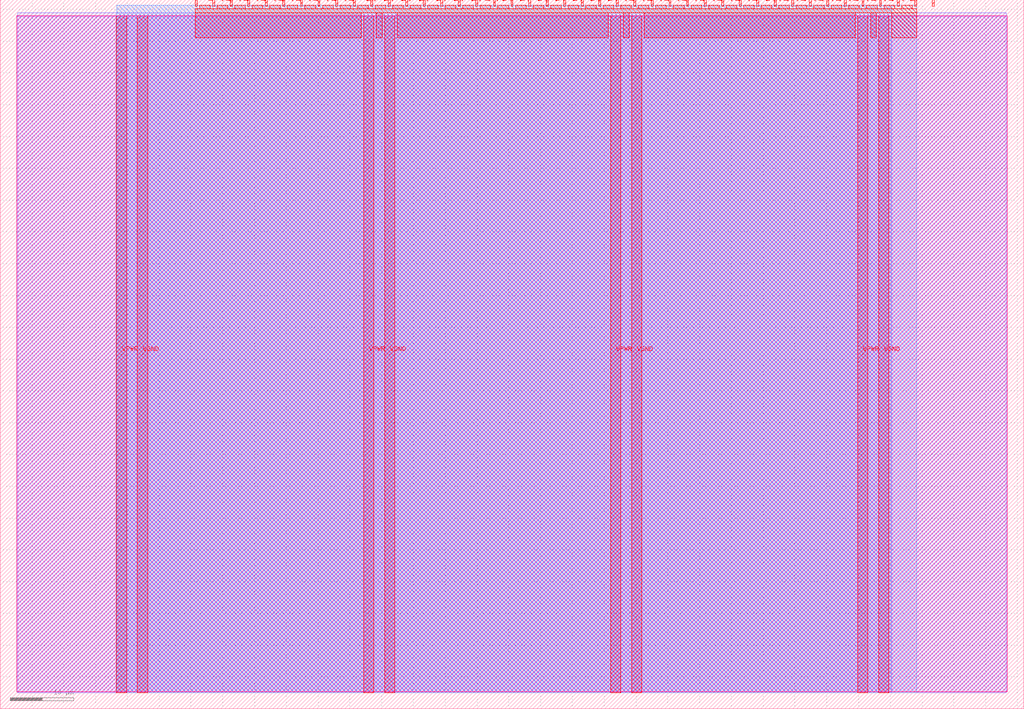
<source format=lef>
VERSION 5.7 ;
  NOWIREEXTENSIONATPIN ON ;
  DIVIDERCHAR "/" ;
  BUSBITCHARS "[]" ;
MACRO tt_um_wokwi_446363834407809025
  CLASS BLOCK ;
  FOREIGN tt_um_wokwi_446363834407809025 ;
  ORIGIN 0.000 0.000 ;
  SIZE 161.000 BY 111.520 ;
  PIN VGND
    DIRECTION INOUT ;
    USE GROUND ;
    PORT
      LAYER met4 ;
        RECT 21.580 2.480 23.180 109.040 ;
    END
    PORT
      LAYER met4 ;
        RECT 60.450 2.480 62.050 109.040 ;
    END
    PORT
      LAYER met4 ;
        RECT 99.320 2.480 100.920 109.040 ;
    END
    PORT
      LAYER met4 ;
        RECT 138.190 2.480 139.790 109.040 ;
    END
  END VGND
  PIN VPWR
    DIRECTION INOUT ;
    USE POWER ;
    PORT
      LAYER met4 ;
        RECT 18.280 2.480 19.880 109.040 ;
    END
    PORT
      LAYER met4 ;
        RECT 57.150 2.480 58.750 109.040 ;
    END
    PORT
      LAYER met4 ;
        RECT 96.020 2.480 97.620 109.040 ;
    END
    PORT
      LAYER met4 ;
        RECT 134.890 2.480 136.490 109.040 ;
    END
  END VPWR
  PIN clk
    DIRECTION INPUT ;
    USE SIGNAL ;
    ANTENNAGATEAREA 0.852000 ;
    PORT
      LAYER met4 ;
        RECT 143.830 110.520 144.130 111.520 ;
    END
  END clk
  PIN ena
    DIRECTION INPUT ;
    USE SIGNAL ;
    PORT
      LAYER met4 ;
        RECT 146.590 110.520 146.890 111.520 ;
    END
  END ena
  PIN rst_n
    DIRECTION INPUT ;
    USE SIGNAL ;
    PORT
      LAYER met4 ;
        RECT 141.070 110.520 141.370 111.520 ;
    END
  END rst_n
  PIN ui_in[0]
    DIRECTION INPUT ;
    USE SIGNAL ;
    ANTENNAGATEAREA 0.196500 ;
    PORT
      LAYER met4 ;
        RECT 138.310 110.520 138.610 111.520 ;
    END
  END ui_in[0]
  PIN ui_in[1]
    DIRECTION INPUT ;
    USE SIGNAL ;
    ANTENNAGATEAREA 0.196500 ;
    PORT
      LAYER met4 ;
        RECT 135.550 110.520 135.850 111.520 ;
    END
  END ui_in[1]
  PIN ui_in[2]
    DIRECTION INPUT ;
    USE SIGNAL ;
    ANTENNAGATEAREA 0.196500 ;
    PORT
      LAYER met4 ;
        RECT 132.790 110.520 133.090 111.520 ;
    END
  END ui_in[2]
  PIN ui_in[3]
    DIRECTION INPUT ;
    USE SIGNAL ;
    PORT
      LAYER met4 ;
        RECT 130.030 110.520 130.330 111.520 ;
    END
  END ui_in[3]
  PIN ui_in[4]
    DIRECTION INPUT ;
    USE SIGNAL ;
    PORT
      LAYER met4 ;
        RECT 127.270 110.520 127.570 111.520 ;
    END
  END ui_in[4]
  PIN ui_in[5]
    DIRECTION INPUT ;
    USE SIGNAL ;
    PORT
      LAYER met4 ;
        RECT 124.510 110.520 124.810 111.520 ;
    END
  END ui_in[5]
  PIN ui_in[6]
    DIRECTION INPUT ;
    USE SIGNAL ;
    PORT
      LAYER met4 ;
        RECT 121.750 110.520 122.050 111.520 ;
    END
  END ui_in[6]
  PIN ui_in[7]
    DIRECTION INPUT ;
    USE SIGNAL ;
    PORT
      LAYER met4 ;
        RECT 118.990 110.520 119.290 111.520 ;
    END
  END ui_in[7]
  PIN uio_in[0]
    DIRECTION INPUT ;
    USE SIGNAL ;
    PORT
      LAYER met4 ;
        RECT 116.230 110.520 116.530 111.520 ;
    END
  END uio_in[0]
  PIN uio_in[1]
    DIRECTION INPUT ;
    USE SIGNAL ;
    PORT
      LAYER met4 ;
        RECT 113.470 110.520 113.770 111.520 ;
    END
  END uio_in[1]
  PIN uio_in[2]
    DIRECTION INPUT ;
    USE SIGNAL ;
    PORT
      LAYER met4 ;
        RECT 110.710 110.520 111.010 111.520 ;
    END
  END uio_in[2]
  PIN uio_in[3]
    DIRECTION INPUT ;
    USE SIGNAL ;
    PORT
      LAYER met4 ;
        RECT 107.950 110.520 108.250 111.520 ;
    END
  END uio_in[3]
  PIN uio_in[4]
    DIRECTION INPUT ;
    USE SIGNAL ;
    PORT
      LAYER met4 ;
        RECT 105.190 110.520 105.490 111.520 ;
    END
  END uio_in[4]
  PIN uio_in[5]
    DIRECTION INPUT ;
    USE SIGNAL ;
    PORT
      LAYER met4 ;
        RECT 102.430 110.520 102.730 111.520 ;
    END
  END uio_in[5]
  PIN uio_in[6]
    DIRECTION INPUT ;
    USE SIGNAL ;
    PORT
      LAYER met4 ;
        RECT 99.670 110.520 99.970 111.520 ;
    END
  END uio_in[6]
  PIN uio_in[7]
    DIRECTION INPUT ;
    USE SIGNAL ;
    PORT
      LAYER met4 ;
        RECT 96.910 110.520 97.210 111.520 ;
    END
  END uio_in[7]
  PIN uio_oe[0]
    DIRECTION OUTPUT ;
    USE SIGNAL ;
    PORT
      LAYER met4 ;
        RECT 49.990 110.520 50.290 111.520 ;
    END
  END uio_oe[0]
  PIN uio_oe[1]
    DIRECTION OUTPUT ;
    USE SIGNAL ;
    PORT
      LAYER met4 ;
        RECT 47.230 110.520 47.530 111.520 ;
    END
  END uio_oe[1]
  PIN uio_oe[2]
    DIRECTION OUTPUT ;
    USE SIGNAL ;
    PORT
      LAYER met4 ;
        RECT 44.470 110.520 44.770 111.520 ;
    END
  END uio_oe[2]
  PIN uio_oe[3]
    DIRECTION OUTPUT ;
    USE SIGNAL ;
    PORT
      LAYER met4 ;
        RECT 41.710 110.520 42.010 111.520 ;
    END
  END uio_oe[3]
  PIN uio_oe[4]
    DIRECTION OUTPUT ;
    USE SIGNAL ;
    PORT
      LAYER met4 ;
        RECT 38.950 110.520 39.250 111.520 ;
    END
  END uio_oe[4]
  PIN uio_oe[5]
    DIRECTION OUTPUT ;
    USE SIGNAL ;
    PORT
      LAYER met4 ;
        RECT 36.190 110.520 36.490 111.520 ;
    END
  END uio_oe[5]
  PIN uio_oe[6]
    DIRECTION OUTPUT ;
    USE SIGNAL ;
    PORT
      LAYER met4 ;
        RECT 33.430 110.520 33.730 111.520 ;
    END
  END uio_oe[6]
  PIN uio_oe[7]
    DIRECTION OUTPUT ;
    USE SIGNAL ;
    PORT
      LAYER met4 ;
        RECT 30.670 110.520 30.970 111.520 ;
    END
  END uio_oe[7]
  PIN uio_out[0]
    DIRECTION OUTPUT ;
    USE SIGNAL ;
    PORT
      LAYER met4 ;
        RECT 72.070 110.520 72.370 111.520 ;
    END
  END uio_out[0]
  PIN uio_out[1]
    DIRECTION OUTPUT ;
    USE SIGNAL ;
    PORT
      LAYER met4 ;
        RECT 69.310 110.520 69.610 111.520 ;
    END
  END uio_out[1]
  PIN uio_out[2]
    DIRECTION OUTPUT ;
    USE SIGNAL ;
    PORT
      LAYER met4 ;
        RECT 66.550 110.520 66.850 111.520 ;
    END
  END uio_out[2]
  PIN uio_out[3]
    DIRECTION OUTPUT ;
    USE SIGNAL ;
    PORT
      LAYER met4 ;
        RECT 63.790 110.520 64.090 111.520 ;
    END
  END uio_out[3]
  PIN uio_out[4]
    DIRECTION OUTPUT ;
    USE SIGNAL ;
    PORT
      LAYER met4 ;
        RECT 61.030 110.520 61.330 111.520 ;
    END
  END uio_out[4]
  PIN uio_out[5]
    DIRECTION OUTPUT ;
    USE SIGNAL ;
    PORT
      LAYER met4 ;
        RECT 58.270 110.520 58.570 111.520 ;
    END
  END uio_out[5]
  PIN uio_out[6]
    DIRECTION OUTPUT ;
    USE SIGNAL ;
    PORT
      LAYER met4 ;
        RECT 55.510 110.520 55.810 111.520 ;
    END
  END uio_out[6]
  PIN uio_out[7]
    DIRECTION OUTPUT ;
    USE SIGNAL ;
    PORT
      LAYER met4 ;
        RECT 52.750 110.520 53.050 111.520 ;
    END
  END uio_out[7]
  PIN uo_out[0]
    DIRECTION OUTPUT ;
    USE SIGNAL ;
    ANTENNADIFFAREA 0.445500 ;
    PORT
      LAYER met4 ;
        RECT 94.150 110.520 94.450 111.520 ;
    END
  END uo_out[0]
  PIN uo_out[1]
    DIRECTION OUTPUT ;
    USE SIGNAL ;
    ANTENNADIFFAREA 0.445500 ;
    PORT
      LAYER met4 ;
        RECT 91.390 110.520 91.690 111.520 ;
    END
  END uo_out[1]
  PIN uo_out[2]
    DIRECTION OUTPUT ;
    USE SIGNAL ;
    ANTENNADIFFAREA 0.445500 ;
    PORT
      LAYER met4 ;
        RECT 88.630 110.520 88.930 111.520 ;
    END
  END uo_out[2]
  PIN uo_out[3]
    DIRECTION OUTPUT ;
    USE SIGNAL ;
    ANTENNADIFFAREA 0.445500 ;
    PORT
      LAYER met4 ;
        RECT 85.870 110.520 86.170 111.520 ;
    END
  END uo_out[3]
  PIN uo_out[4]
    DIRECTION OUTPUT ;
    USE SIGNAL ;
    ANTENNADIFFAREA 0.445500 ;
    PORT
      LAYER met4 ;
        RECT 83.110 110.520 83.410 111.520 ;
    END
  END uo_out[4]
  PIN uo_out[5]
    DIRECTION OUTPUT ;
    USE SIGNAL ;
    ANTENNADIFFAREA 0.445500 ;
    PORT
      LAYER met4 ;
        RECT 80.350 110.520 80.650 111.520 ;
    END
  END uo_out[5]
  PIN uo_out[6]
    DIRECTION OUTPUT ;
    USE SIGNAL ;
    ANTENNADIFFAREA 0.445500 ;
    PORT
      LAYER met4 ;
        RECT 77.590 110.520 77.890 111.520 ;
    END
  END uo_out[6]
  PIN uo_out[7]
    DIRECTION OUTPUT ;
    USE SIGNAL ;
    ANTENNADIFFAREA 0.795200 ;
    PORT
      LAYER met4 ;
        RECT 74.830 110.520 75.130 111.520 ;
    END
  END uo_out[7]
  OBS
      LAYER nwell ;
        RECT 2.570 2.635 158.430 108.990 ;
      LAYER li1 ;
        RECT 2.760 2.635 158.240 108.885 ;
      LAYER met1 ;
        RECT 2.760 2.480 158.240 109.440 ;
      LAYER met2 ;
        RECT 18.310 2.535 140.210 110.685 ;
      LAYER met3 ;
        RECT 18.290 2.555 144.170 110.665 ;
      LAYER met4 ;
        RECT 31.370 110.120 33.030 110.665 ;
        RECT 34.130 110.120 35.790 110.665 ;
        RECT 36.890 110.120 38.550 110.665 ;
        RECT 39.650 110.120 41.310 110.665 ;
        RECT 42.410 110.120 44.070 110.665 ;
        RECT 45.170 110.120 46.830 110.665 ;
        RECT 47.930 110.120 49.590 110.665 ;
        RECT 50.690 110.120 52.350 110.665 ;
        RECT 53.450 110.120 55.110 110.665 ;
        RECT 56.210 110.120 57.870 110.665 ;
        RECT 58.970 110.120 60.630 110.665 ;
        RECT 61.730 110.120 63.390 110.665 ;
        RECT 64.490 110.120 66.150 110.665 ;
        RECT 67.250 110.120 68.910 110.665 ;
        RECT 70.010 110.120 71.670 110.665 ;
        RECT 72.770 110.120 74.430 110.665 ;
        RECT 75.530 110.120 77.190 110.665 ;
        RECT 78.290 110.120 79.950 110.665 ;
        RECT 81.050 110.120 82.710 110.665 ;
        RECT 83.810 110.120 85.470 110.665 ;
        RECT 86.570 110.120 88.230 110.665 ;
        RECT 89.330 110.120 90.990 110.665 ;
        RECT 92.090 110.120 93.750 110.665 ;
        RECT 94.850 110.120 96.510 110.665 ;
        RECT 97.610 110.120 99.270 110.665 ;
        RECT 100.370 110.120 102.030 110.665 ;
        RECT 103.130 110.120 104.790 110.665 ;
        RECT 105.890 110.120 107.550 110.665 ;
        RECT 108.650 110.120 110.310 110.665 ;
        RECT 111.410 110.120 113.070 110.665 ;
        RECT 114.170 110.120 115.830 110.665 ;
        RECT 116.930 110.120 118.590 110.665 ;
        RECT 119.690 110.120 121.350 110.665 ;
        RECT 122.450 110.120 124.110 110.665 ;
        RECT 125.210 110.120 126.870 110.665 ;
        RECT 127.970 110.120 129.630 110.665 ;
        RECT 130.730 110.120 132.390 110.665 ;
        RECT 133.490 110.120 135.150 110.665 ;
        RECT 136.250 110.120 137.910 110.665 ;
        RECT 139.010 110.120 140.670 110.665 ;
        RECT 141.770 110.120 143.430 110.665 ;
        RECT 30.655 109.440 144.145 110.120 ;
        RECT 30.655 105.575 56.750 109.440 ;
        RECT 59.150 105.575 60.050 109.440 ;
        RECT 62.450 105.575 95.620 109.440 ;
        RECT 98.020 105.575 98.920 109.440 ;
        RECT 101.320 105.575 134.490 109.440 ;
        RECT 136.890 105.575 137.790 109.440 ;
        RECT 140.190 105.575 144.145 109.440 ;
  END
END tt_um_wokwi_446363834407809025
END LIBRARY


</source>
